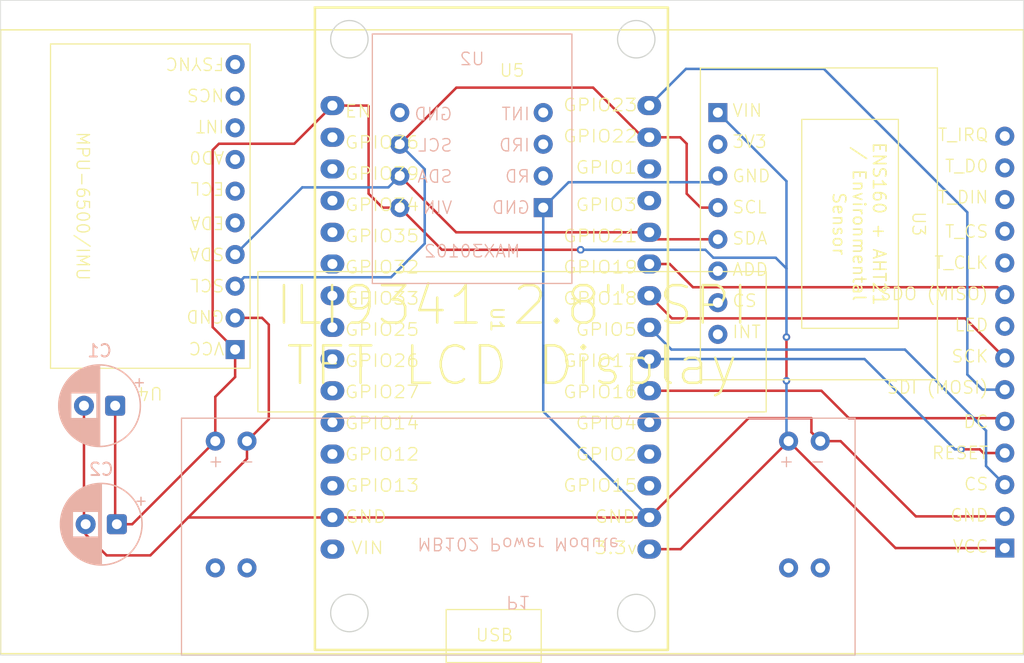
<source format=kicad_pcb>
(kicad_pcb (version 20241229) (generator "pcbnew") (generator_version "9.0")
  (layers (0 "F.Cu" signal) (2 "B.Cu" signal) (13 "F.Paste" user) (15 "B.Paste" user) (5 "F.SilkS" user "F.Silkscreen") (7 "B.SilkS" user "B.Silkscreen") (1 "F.Mask" user) (3 "B.Mask" user) (25 "Edge.Cuts" user))
  (net 0 "")
  (net 1 "+3.3V")
  (net 2 "GND")
  (net 3 "/SPI_MOSI")
  (net 5 "/SPI_CS_LCD")
  (net 6 "/SCL")
  (net 8 "/SPI_SCK")
  (net 10 "/SPI_MISO")
  (net 17 "/SDA")
  (net 23 "/SPI_DC")
  (net 27 "/SPI_RST")
  (footprint "THG_Wristwatch:ENS160+AHT21_Environmental_Sensor" (layer "F.Cu") (at 149.6 86.92 -90)
    (property "Reference" "U3" (at 0 -8 270) (layer "F.SilkS") (effects (font (thickness 0.1))))
    (property "Value" "~")
    (fp_text user "SCL" (at -0.75 7 0) (layer "F.SilkS") (effects (font (thickness 0.1)) (justify left bottom)))
    (fp_text user "ADD" (at 4.25 7 0) (layer "F.SilkS") (effects (font (thickness 0.1)) (justify left bottom)))
    (fp_text user "VIN" (at -8.5 7 0) (layer "F.SilkS") (effects (font (thickness 0.1)) (justify left bottom)))
    (fp_text user "GND" (at -3.25 7 0) (layer "F.SilkS") (effects (font (thickness 0.1)) (justify left bottom)))
    (fp_text user "CS" (at 6.75 7 0) (layer "F.SilkS") (effects (font (thickness 0.1)) (justify left bottom)))
    (fp_text user "3V3" (at -6 7 0) (layer "F.SilkS") (effects (font (thickness 0.1)) (justify left bottom)))
    (fp_text user "INT" (at 9.25 7 0) (layer "F.SilkS") (effects (font (thickness 0.1)) (justify left bottom)))
    (fp_text user "SDA" (at 1.75 7 0) (layer "F.SilkS") (effects (font (thickness 0.1)) (justify left bottom)))
    (pad "1" thru_hole rect (at -8.92 8.1 270) (size 1.524 1.524) (drill 0.8) (layers "*.Cu" "*.Mask") (net 1 "+3.3V"))
    (pad "2" thru_hole circle (at -6.38 8.1 270) (size 1.524 1.524) (drill 0.8) (layers "*.Cu" "*.Mask"))
    (pad "3" thru_hole circle (at -3.84 8.1 270) (size 1.524 1.524) (drill 0.8) (layers "*.Cu" "*.Mask") (net 2 "GND"))
    (pad "4" thru_hole circle (at -1.3 8.1 270) (size 1.524 1.524) (drill 0.8) (layers "*.Cu" "*.Mask") (net 6 "/SCL"))
    (pad "5" thru_hole circle (at 1.24 8.1 270) (size 1.524 1.524) (drill 0.8) (layers "*.Cu" "*.Mask") (net 17 "/SDA"))
    (pad "6" thru_hole circle (at 3.78 8.1 270) (size 1.524 1.524) (drill 0.8) (layers "*.Cu" "*.Mask"))
    (pad "7" thru_hole circle (at 6.32 8.1 270) (size 1.524 1.524) (drill 0.8) (layers "*.Cu" "*.Mask"))
    (pad "8" thru_hole circle (at 8.86 8.1 270) (size 1.524 1.524) (drill 0.8) (layers "*.Cu" "*.Mask"))
  )
  (footprint "THG_Wristwatch:MPU6500_IMU" (layer "F.Cu") (at 96 85.5 180)
    (property "Reference" "U4" (at 0 -15 180) (layer "F.SilkS") (effects (font (thickness 0.1))))
    (property "Value" "~")
    (fp_text user "NCS" (at -6 9.5 180) (layer "F.SilkS") (effects (font (thickness 0.1)) (justify left bottom)))
    (fp_text user "FSYNC" (at -6 12 180) (layer "F.SilkS") (effects (font (thickness 0.1)) (justify left bottom)))
    (fp_text user "MPU-6500/IMU" (at 6 0 270) (layer "F.SilkS") (effects (font (thickness 0.1)) (justify bottom)))
    (fp_text user "SCL" (at -6 -5.75 180) (layer "F.SilkS") (effects (font (thickness 0.1)) (justify left bottom)))
    (fp_text user "VCC" (at -6 -10.8 180) (layer "F.SilkS") (effects (font (thickness 0.1)) (justify left bottom)))
    (fp_text user "SDA" (at -6 -3.25 180) (layer "F.SilkS") (effects (font (thickness 0.1)) (justify left bottom)))
    (fp_text user "ECL" (at -6 2 180) (layer "F.SilkS") (effects (font (thickness 0.1)) (justify left bottom)))
    (fp_text user "GND" (at -6 -8.25 180) (layer "F.SilkS") (effects (font (thickness 0.1)) (justify left bottom)))
    (fp_text user "AD0" (at -6 4.5 180) (layer "F.SilkS") (effects (font (thickness 0.1)) (justify left bottom)))
    (fp_text user "EDA" (at -6 -0.75 180) (layer "F.SilkS") (effects (font (thickness 0.1)) (justify left bottom)))
    (fp_text user "INT" (at -6 7 180) (layer "F.SilkS") (effects (font (thickness 0.1)) (justify left bottom)))
    (pad "1" thru_hole rect (at -6.8 -11.5 180) (size 1.524 1.524) (drill 0.8) (layers "*.Cu" "*.Mask") (net 1 "+3.3V"))
    (pad "2" thru_hole circle (at -6.8 -8.96 180) (size 1.524 1.524) (drill 0.8) (layers "*.Cu" "*.Mask") (net 2 "GND"))
    (pad "3" thru_hole circle (at -6.8 -6.42 180) (size 1.524 1.524) (drill 0.8) (layers "*.Cu" "*.Mask") (net 6 "/SCL"))
    (pad "4" thru_hole circle (at -6.8 -3.88 180) (size 1.524 1.524) (drill 0.8) (layers "*.Cu" "*.Mask") (net 17 "/SDA"))
    (pad "5" thru_hole circle (at -6.8 -1.34 180) (size 1.524 1.524) (drill 0.8) (layers "*.Cu" "*.Mask"))
    (pad "6" thru_hole circle (at -6.8 1.2 180) (size 1.524 1.524) (drill 0.8) (layers "*.Cu" "*.Mask"))
    (pad "7" thru_hole circle (at -6.8 3.74 180) (size 1.524 1.524) (drill 0.8) (layers "*.Cu" "*.Mask"))
    (pad "8" thru_hole circle (at -6.8 6.28 180) (size 1.524 1.524) (drill 0.8) (layers "*.Cu" "*.Mask"))
    (pad "9" thru_hole circle (at -6.8 8.82 180) (size 1.524 1.524) (drill 0.8) (layers "*.Cu" "*.Mask"))
    (pad "10" thru_hole circle (at -6.8 11.36 180) (size 1.524 1.524) (drill 0.8) (layers "*.Cu" "*.Mask"))
  )
  (footprint "THG_Wristwatch:ILI9341_2.8__SPI_TFT_LCD" (layer "F.Cu") (at 125 96.372276)
    (property "Reference" "U5" (at 0 -21.75 0) (layer "F.SilkS") (effects (font (thickness 0.1))))
    (property "Value" "~")
    (fp_text user "CS" (at 38.25 12 0) (layer "F.SilkS") (effects (font (thickness 0.1)) (justify right bottom)))
    (fp_text user "GND" (at 38.25 14.5 0) (layer "F.SilkS") (effects (font (thickness 0.1)) (justify right bottom)))
    (fp_text user "T_CS" (at 38.25 -8.25 0) (layer "F.SilkS") (effects (font (thickness 0.1)) (justify right bottom)))
    (fp_text user "RESET" (at 38.25 9.5 0) (layer "F.SilkS") (effects (font (thickness 0.1)) (justify right bottom)))
    (fp_text user "SCK" (at 38.25 1.75 0) (layer "F.SilkS") (effects (font (thickness 0.1)) (justify right bottom)))
    (fp_text user "VCC" (at 38.25 17 0) (layer "F.SilkS") (effects (font (thickness 0.1)) (justify right bottom)))
    (fp_text user "SDI (MOSI)" (at 38.25 4.25 0) (layer "F.SilkS") (effects (font (thickness 0.1)) (justify right bottom)))
    (fp_text user "T_DIN" (at 38.25 -11 0) (layer "F.SilkS") (effects (font (thickness 0.1)) (justify right bottom)))
    (fp_text user "T_CLK" (at 38.25 -5.75 0) (layer "F.SilkS") (effects (font (thickness 0.1)) (justify right bottom)))
    (fp_text user "SDO (MISO)" (at 38.25 -3.25 0) (layer "F.SilkS") (effects (font (thickness 0.1)) (justify right bottom)))
    (fp_text user "LED" (at 38.25 -0.75 0) (layer "F.SilkS") (effects (font (thickness 0.1)) (justify right bottom)))
    (fp_text user "DC" (at 38.25 7 0) (layer "F.SilkS") (effects (font (thickness 0.1)) (justify right bottom)))
    (fp_text user "T_IRQ" (at 38.25 -16 0) (layer "F.SilkS") (effects (font (thickness 0.1)) (justify right bottom)))
    (fp_text user "T_D0" (at 38.25 -13.5 0) (layer "F.SilkS") (effects (font (thickness 0.1)) (justify right bottom)))
    (pad "1" thru_hole rect (at 39.5 16.54) (size 1.524 1.524) (drill 0.8) (layers "*.Cu" "*.Mask") (net 1 "+3.3V"))
    (pad "2" thru_hole circle (at 39.5 14) (size 1.524 1.524) (drill 0.8) (layers "*.Cu" "*.Mask") (net 2 "GND"))
    (pad "3" thru_hole circle (at 39.5 11.46) (size 1.524 1.524) (drill 0.8) (layers "*.Cu" "*.Mask") (net 5 "/SPI_CS_LCD"))
    (pad "4" thru_hole circle (at 39.5 8.92) (size 1.524 1.524) (drill 0.8) (layers "*.Cu" "*.Mask") (net 27 "/SPI_RST"))
    (pad "5" thru_hole circle (at 39.5 6.38) (size 1.524 1.524) (drill 0.8) (layers "*.Cu" "*.Mask") (net 23 "/SPI_DC"))
    (pad "6" thru_hole circle (at 39.5 3.84) (size 1.524 1.524) (drill 0.8) (layers "*.Cu" "*.Mask") (net 3 "/SPI_MOSI"))
    (pad "7" thru_hole circle (at 39.5 1.3) (size 1.524 1.524) (drill 0.8) (layers "*.Cu" "*.Mask") (net 8 "/SPI_SCK"))
    (pad "8" thru_hole circle (at 39.5 -1.24) (size 1.524 1.524) (drill 0.8) (layers "*.Cu" "*.Mask"))
    (pad "9" thru_hole circle (at 39.5 -3.78) (size 1.524 1.524) (drill 0.8) (layers "*.Cu" "*.Mask") (net 10 "/SPI_MISO"))
    (pad "10" thru_hole circle (at 39.5 -6.32) (size 1.524 1.524) (drill 0.8) (layers "*.Cu" "*.Mask"))
    (pad "11" thru_hole circle (at 39.5 -8.86) (size 1.524 1.524) (drill 0.8) (layers "*.Cu" "*.Mask"))
    (pad "12" thru_hole circle (at 39.5 -11.4) (size 1.524 1.524) (drill 0.8) (layers "*.Cu" "*.Mask"))
    (pad "13" thru_hole circle (at 39.5 -13.94) (size 1.524 1.524) (drill 0.8) (layers "*.Cu" "*.Mask"))
    (pad "14" thru_hole circle (at 39.5 -16.48) (size 1.524 1.524) (drill 0.8) (layers "*.Cu" "*.Mask"))
  )
  (footprint "THG_Wristwatch:ESP32_30pin" (layer "F.Cu") (at 122.52754 95.980187)
    (property "Reference" "U1" (at 1.27246 -1.395187 270) (layer "F.SilkS"))
    (property "Value" "~")
    (fp_circle (center -10.57 -23.86) (end -10.57 -22.36) (stroke (width 0.1)) (fill no) (layer "Edge.Cuts"))
    (fp_circle (center -10.57 22.14) (end -10.57 23.64) (stroke (width 0.1)) (fill no) (layer "Edge.Cuts"))
    (fp_circle (center 12.43 -23.86) (end 12.43 -22.36) (stroke (width 0.1)) (fill no) (layer "Edge.Cuts"))
    (fp_circle (center 12.43 22.14) (end 12.43 23.64) (stroke (width 0.1)) (fill no) (layer "Edge.Cuts"))
    (fp_text user "GPIO27" (at -11 5 0) (layer "F.SilkS") (effects (font (size 1 1.1) (thickness 0.1)) (justify left bottom)))
    (fp_text user "GPIO22" (at 6.5 -15.5 0) (layer "F.SilkS") (effects (font (size 1 1.1) (thickness 0.1)) (justify left bottom)))
    (fp_text user "GPIO34" (at -11 -10 0) (layer "F.SilkS") (effects (font (size 1 1.1) (thickness 0.1)) (justify left bottom)))
    (fp_text user "GPIO14" (at -11 7.5 0) (layer "F.SilkS") (effects (font (size 1 1.1) (thickness 0.1)) (justify left bottom)))
    (fp_text user "GPIO32" (at -11 -5 0) (layer "F.SilkS") (effects (font (size 1 1.1) (thickness 0.1)) (justify left bottom)))
    (fp_text user "GPIO4" (at 7.5 7.5 0) (layer "F.SilkS") (effects (font (size 1 1.1) (thickness 0.1)) (justify left bottom)))
    (fp_text user "GPIO19" (at 6.5 -5 0) (layer "F.SilkS") (effects (font (size 1 1.1) (thickness 0.1)) (justify left bottom)))
    (fp_text user "GND" (at 9 15 0) (layer "F.SilkS") (effects (font (size 1 1.1) (thickness 0.1)) (justify left bottom)))
    (fp_text user "GPIO18" (at 6.5 -2.5 0) (layer "F.SilkS") (effects (font (size 1 1.1) (thickness 0.1)) (justify left bottom)))
    (fp_text user "GPIO39" (at -11 -12.5 0) (layer "F.SilkS") (effects (font (size 1 1.1) (thickness 0.1)) (justify left bottom)))
    (fp_text user "GPIO17" (at 6.5 2.5 0) (layer "F.SilkS") (effects (font (size 1 1.1) (thickness 0.1)) (justify left bottom)))
    (fp_text user "VIN" (at -10.5 17.5 0) (layer "F.SilkS") (effects (font (size 1 1.1) (thickness 0.1)) (justify left bottom)))
    (fp_text user "GPIO12" (at -11 10 0) (layer "F.SilkS") (effects (font (size 1 1.1) (thickness 0.1)) (justify left bottom)))
    (fp_text user "GPIO33" (at -11 -2.5 0) (layer "F.SilkS") (effects (font (size 1 1.1) (thickness 0.1)) (justify left bottom)))
    (fp_text user "GPIO21" (at 6.5 -7.5 0) (layer "F.SilkS") (effects (font (size 1 1.1) (thickness 0.1)) (justify left bottom)))
    (fp_text user "GPIO3" (at 7.5 -10 0) (layer "F.SilkS") (effects (font (size 1 1.1) (thickness 0.1)) (justify left bottom)))
    (fp_text user "3.3v" (at 9 17.5 0) (layer "F.SilkS") (effects (font (size 1 1.1) (thickness 0.1)) (justify left bottom)))
    (fp_text user "EN" (at -11 -17.5 0) (layer "F.SilkS") (effects (font (size 1 1.1) (thickness 0.1)) (justify left bottom)))
    (fp_text user "GPIO35" (at -11 -7.5 0) (layer "F.SilkS") (effects (font (size 1 1.1) (thickness 0.1)) (justify left bottom)))
    (fp_text user "GPIO5" (at 7.5 0 0) (layer "F.SilkS") (effects (font (size 1 1.1) (thickness 0.1)) (justify left bottom)))
    (fp_text user "USB" (at -0.5 24.5 0) (layer "F.SilkS") (effects (font (thickness 0.1)) (justify left bottom)))
    (fp_text user "GPIO2" (at 7.5 10 0) (layer "F.SilkS") (effects (font (size 1 1.1) (thickness 0.1)) (justify left bottom)))
    (fp_text user "GPIO1" (at 7.5 -13 0) (layer "F.SilkS") (effects (font (size 1 1.1) (thickness 0.1)) (justify left bottom)))
    (fp_text user "GPIO15" (at 6.5 12.5 0) (layer "F.SilkS") (effects (font (size 1 1.1) (thickness 0.1)) (justify left bottom)))
    (fp_text user "GND" (at -11 15 0) (layer "F.SilkS") (effects (font (size 1 1.1) (thickness 0.1)) (justify left bottom)))
    (fp_text user "GPIO16" (at 6.5 5 0) (layer "F.SilkS") (effects (font (size 1 1.1) (thickness 0.1)) (justify left bottom)))
    (fp_text user "GPIO13" (at -11 12.5 0) (layer "F.SilkS") (effects (font (size 1 1.1) (thickness 0.1)) (justify left bottom)))
    (fp_text user "GPIO26" (at -11 2.5 0) (layer "F.SilkS") (effects (font (size 1 1.1) (thickness 0.1)) (justify left bottom)))
    (fp_text user "GPIO36" (at -11 -15 0) (layer "F.SilkS") (effects (font (size 1 1.1) (thickness 0.1)) (justify left bottom)))
    (fp_text user "GPIO23" (at 6.5 -18 0) (layer "F.SilkS") (effects (font (size 1 1.1) (thickness 0.1)) (justify left bottom)))
    (fp_text user "GPIO25" (at -11 0 0) (layer "F.SilkS") (effects (font (size 1 1.1) (thickness 0.1)) (justify left bottom)))
    (pad "1" thru_hole oval (at -11.92754 17.019813 270) (size 1.524 1.9) (drill 0.8) (layers "*.Cu" "*.Mask"))
    (pad "2" thru_hole oval (at -11.92754 14.479813 270) (size 1.524 1.9) (drill 0.8) (layers "*.Cu" "*.Mask") (net 2 "GND"))
    (pad "3" thru_hole oval (at -11.92754 11.939813 270) (size 1.524 1.9) (drill 0.8) (layers "*.Cu" "*.Mask"))
    (pad "4" thru_hole oval (at -11.92754 9.399813 270) (size 1.524 1.9) (drill 0.8) (layers "*.Cu" "*.Mask"))
    (pad "5" thru_hole oval (at -11.92754 6.859813 270) (size 1.524 1.9) (drill 0.8) (layers "*.Cu" "*.Mask"))
    (pad "6" thru_hole oval (at -11.92754 4.319813 270) (size 1.524 1.9) (drill 0.8) (layers "*.Cu" "*.Mask"))
    (pad "7" thru_hole oval (at -11.92754 1.779813 270) (size 1.524 1.9) (drill 0.8) (layers "*.Cu" "*.Mask"))
    (pad "8" thru_hole oval (at -11.92754 -0.760187 270) (size 1.524 1.9) (drill 0.8) (layers "*.Cu" "*.Mask"))
    (pad "9" thru_hole oval (at -11.92754 -3.300187 270) (size 1.524 1.9) (drill 0.8) (layers "*.Cu" "*.Mask"))
    (pad "10" thru_hole oval (at -11.92754 -5.840187 270) (size 1.524 1.9) (drill 0.8) (layers "*.Cu" "*.Mask"))
    (pad "11" thru_hole oval (at -11.92754 -8.380187 270) (size 1.524 1.9) (drill 0.8) (layers "*.Cu" "*.Mask"))
    (pad "12" thru_hole oval (at -11.92754 -10.920187 270) (size 1.524 1.9) (drill 0.8) (layers "*.Cu" "*.Mask"))
    (pad "13" thru_hole oval (at -11.92754 -13.460187 270) (size 1.524 1.9) (drill 0.8) (layers "*.Cu" "*.Mask"))
    (pad "14" thru_hole oval (at -11.92754 -16.000187 270) (size 1.524 1.9) (drill 0.8) (layers "*.Cu" "*.Mask"))
    (pad "15" thru_hole oval (at -11.92754 -18.540187 270) (size 1.524 1.9) (drill 0.8) (layers "*.Cu" "*.Mask") (net 1 "+3.3V"))
    (pad "16" thru_hole oval (at 13.47246 17.019813 270) (size 1.524 1.9) (drill 0.8) (layers "*.Cu" "*.Mask") (net 1 "+3.3V"))
    (pad "17" thru_hole oval (at 13.47246 14.479813 270) (size 1.524 1.9) (drill 0.8) (layers "*.Cu" "*.Mask") (net 2 "GND"))
    (pad "18" thru_hole oval (at 13.47246 11.939813 270) (size 1.524 1.9) (drill 0.8) (layers "*.Cu" "*.Mask"))
    (pad "19" thru_hole oval (at 13.47246 9.399813 270) (size 1.524 1.9) (drill 0.8) (layers "*.Cu" "*.Mask"))
    (pad "20" thru_hole oval (at 13.47246 6.859813 270) (size 1.524 1.9) (drill 0.8) (layers "*.Cu" "*.Mask" "Dwgs.User"))
    (pad "21" thru_hole oval (at 13.47246 4.319813 270) (size 1.524 1.9) (drill 0.8) (layers "*.Cu" "*.Mask") (net 23 "/SPI_DC"))
    (pad "22" thru_hole oval (at 13.47246 1.779813 270) (size 1.524 1.9) (drill 0.8) (layers "*.Cu" "*.Mask") (net 27 "/SPI_RST"))
    (pad "23" thru_hole oval (at 13.47246 -0.760187 270) (size 1.524 1.9) (drill 0.8) (layers "*.Cu" "*.Mask") (net 5 "/SPI_CS_LCD"))
    (pad "24" thru_hole oval (at 13.47246 -3.300187 270) (size 1.524 1.9) (drill 0.8) (layers "*.Cu" "*.Mask") (net 8 "/SPI_SCK"))
    (pad "25" thru_hole oval (at 13.47246 -5.840187 270) (size 1.524 1.9) (drill 0.8) (layers "*.Cu" "*.Mask") (net 10 "/SPI_MISO"))
    (pad "26" thru_hole oval (at 13.47246 -8.380187 270) (size 1.524 1.9) (drill 0.8) (layers "*.Cu" "*.Mask") (net 17 "/SDA"))
    (pad "27" thru_hole oval (at 13.47246 -10.920187 270) (size 1.524 1.9) (drill 0.8) (layers "*.Cu" "*.Mask"))
    (pad "28" thru_hole oval (at 13.47246 -13.460187 270) (size 1.524 1.9) (drill 0.8) (layers "*.Cu" "*.Mask"))
    (pad "29" thru_hole oval (at 13.47246 -16.000187 270) (size 1.524 1.9) (drill 0.8) (layers "*.Cu" "*.Mask") (net 6 "/SCL"))
    (pad "30" thru_hole oval (at 13.47246 -18.540187 270) (size 1.524 1.9) (drill 0.8) (layers "*.Cu" "*.Mask") (net 3 "/SPI_MOSI"))
  )
  (footprint "THG_Wristwatch:MB102_Breadboard_Power_Module" (layer "B.Cu") (at 125.5 112)
    (property "Reference" "P1" (at 0 5.25 180) (layer "B.SilkS") (effects (font (thickness 0.1)) (justify mirror)))
    (property "Value" "MB102 Output")
    (fp_text user "+" (at -24.25 -6.5 180) (layer "B.SilkS") (effects (font (thickness 0.1)) (justify bottom mirror)))
    (fp_text user "-" (at 24 -6.5 180) (layer "B.SilkS") (effects (font (thickness 0.1)) (justify bottom mirror)))
    (fp_text user "+" (at 21.5 -6.5 180) (layer "B.SilkS") (effects (font (thickness 0.1)) (justify bottom mirror)))
    (fp_text user "MB102 Power Module" (at 0 0 180) (layer "B.SilkS") (effects (font (thickness 0.1)) (justify bottom mirror)))
    (fp_text user "-" (at -21.75 -6.5 180) (layer "B.SilkS") (effects (font (thickness 0.1)) (justify bottom mirror)))
    (pad "1" thru_hole circle (at -24.29 -7.66) (size 1.524 1.524) (drill 0.8) (layers "*.Cu" "*.Mask") (net 1 "+3.3V"))
    (pad "2" thru_hole circle (at -21.75 -7.66) (size 1.524 1.524) (drill 0.8) (layers "*.Cu" "*.Mask") (net 2 "GND"))
    (pad "3" thru_hole circle (at 21.67 -7.66) (size 1.524 1.524) (drill 0.8) (layers "*.Cu" "*.Mask") (net 1 "+3.3V"))
    (pad "4" thru_hole circle (at 24.21 -7.66) (size 1.524 1.524) (drill 0.8) (layers "*.Cu" "*.Mask") (net 2 "GND"))
    (pad "5" thru_hole circle (at -24.29 2.5) (size 1.524 1.524) (drill 0.8) (layers "*.Cu" "*.Mask"))
    (pad "6" thru_hole circle (at -21.75 2.5) (size 1.524 1.524) (drill 0.8) (layers "*.Cu" "*.Mask"))
    (pad "7" thru_hole circle (at 21.67 2.5) (size 1.524 1.524) (drill 0.8) (layers "*.Cu" "*.Mask"))
    (pad "8" thru_hole circle (at 24.21 2.5) (size 1.524 1.524) (drill 0.8) (layers "*.Cu" "*.Mask"))
  )
  (footprint "Capacitor_THT:CP_Radial_D6.3mm_P2.50mm" (layer "B.Cu") (at 93.18238 101.5 180)
    (property "Reference" "C1" (at 1.25 4.4 0) (layer "B.SilkS") (effects (justify mirror)))
    (property "Value" "47 uC")
    (pad "1" thru_hole roundrect (at 0 0 180) (size 1.6 1.6) (drill 0.8) (layers "*.Cu" "*.Mask") (roundrect_rratio 0.15625) (net 1 "+3.3V"))
    (pad "2" thru_hole circle (at 2.5 0 180) (size 1.6 1.6) (drill 0.8) (layers "*.Cu" "*.Mask") (net 2 "GND"))
  )
  (footprint "THG_Wristwatch:MAX30102 Heart Rate_Pulse Sensor" (layer "B.Cu") (at 121.8 81.7 180)
    (property "Reference" "U2" (at 0 8 0) (layer "B.SilkS") (effects (font (thickness 0.1)) (justify mirror)))
    (property "Value" "~")
    (fp_text user "GND" (at 1.52 2.99 0) (layer "B.SilkS") (effects (font (thickness 0.1)) (justify left bottom mirror)))
    (fp_text user "RD" (at -4.7 -2 0) (layer "B.SilkS") (effects (font (thickness 0.1)) (justify left bottom mirror)))
    (fp_text user "SCL" (at 1.52 0.49 0) (layer "B.SilkS") (effects (font (thickness 0.1)) (justify left bottom mirror)))
    (fp_text user "GND" (at -4.7 -4.5 0) (layer "B.SilkS") (effects (font (thickness 0.1)) (justify left bottom mirror)))
    (fp_text user "INT" (at -4.7 3 0) (layer "B.SilkS") (effects (font (thickness 0.1)) (justify left bottom mirror)))
    (fp_text user "IRD" (at -4.7 0.5 0) (layer "B.SilkS") (effects (font (thickness 0.1)) (justify left bottom mirror)))
    (fp_text user "VIN" (at 1.52 -4.51 0) (layer "B.SilkS") (effects (font (thickness 0.1)) (justify left bottom mirror)))
    (fp_text user "MAX30102" (at 0 -8 0) (layer "B.SilkS") (effects (font (thickness 0.1)) (justify bottom mirror)))
    (fp_text user "SDA" (at 1.52 -2.01 0) (layer "B.SilkS") (effects (font (thickness 0.1)) (justify left bottom mirror)))
    (pad "1" thru_hole rect (at -5.7 -3.92 180) (size 1.524 1.524) (drill 0.8) (layers "*.Cu" "*.Mask") (net 2 "GND"))
    (pad "2" thru_hole circle (at -5.7 -1.38 180) (size 1.524 1.524) (drill 0.8) (layers "*.Cu" "*.Mask"))
    (pad "3" thru_hole circle (at -5.7 1.16 180) (size 1.524 1.524) (drill 0.8) (layers "*.Cu" "*.Mask"))
    (pad "4" thru_hole circle (at -5.7 3.7 180) (size 1.524 1.524) (drill 0.8) (layers "*.Cu" "*.Mask"))
    (pad "5" thru_hole circle (at 5.8 3.7 180) (size 1.524 1.524) (drill 0.8) (layers "*.Cu" "*.Mask"))
    (pad "6" thru_hole circle (at 5.8 1.16 180) (size 1.524 1.524) (drill 0.8) (layers "*.Cu" "*.Mask") (net 6 "/SCL"))
    (pad "7" thru_hole circle (at 5.8 -1.38 180) (size 1.524 1.524) (drill 0.8) (layers "*.Cu" "*.Mask") (net 17 "/SDA"))
    (pad "8" thru_hole circle (at 5.8 -3.92 180) (size 1.524 1.524) (drill 0.8) (layers "*.Cu" "*.Mask") (net 1 "+3.3V"))
  )
  (footprint "Capacitor_THT:CP_Radial_D6.3mm_P2.50mm" (layer "B.Cu") (at 93.317621 111 180)
    (property "Reference" "C2" (at 1.25 4.4 0) (layer "B.SilkS") (effects (justify mirror)))
    (property "Value" "47 uC")
    (pad "1" thru_hole roundrect (at 0 0 180) (size 1.6 1.6) (drill 0.8) (layers "*.Cu" "*.Mask") (roundrect_rratio 0.15625) (net 1 "+3.3V"))
    (pad "2" thru_hole circle (at 2.5 0 180) (size 1.6 1.6) (drill 0.8) (layers "*.Cu" "*.Mask") (net 2 "GND"))
  )
  (gr_rect (start 166 69) (end 84 121.5) (stroke (width 0.05)) (fill no) (layer "Edge.Cuts"))
  (segment (start 102.8 99.2) (end 101.21 100.79) (width 0.2) (layer "F.Cu") (net 1))
  (segment (start 101 81) (end 101.5 80.5) (width 0.2) (layer "F.Cu") (net 1))
  (segment (start 119.38 89) (end 130.5 89) (width 0.2) (layer "F.Cu") (net 1))
  (segment (start 93.317621 111) (end 94.55 111) (width 0.2) (layer "F.Cu") (net 1))
  (segment (start 93.18238 101.5) (end 93.18238 110.864759) (width 0.2) (layer "F.Cu") (net 1))
  (segment (start 102.8 97) (end 102.8 99.2) (width 0.2) (layer "F.Cu") (net 1))
  (segment (start 110.6 77.44) (end 113.44 77.44) (width 0.2) (layer "F.Cu") (net 1))
  (segment (start 113.5 77.5) (end 113.5 84.5) (width 0.2) (layer "F.Cu") (net 1))
  (segment (start 116 85.62) (end 119.38 89) (width 0.2) (layer "F.Cu") (net 1))
  (segment (start 101.5 80.5) (end 107.54 80.5) (width 0.2) (layer "F.Cu") (net 1))
  (segment (start 113.44 77.44) (end 113.5 77.5) (width 0.2) (layer "F.Cu") (net 1))
  (segment (start 101 95.2) (end 101 81) (width 0.2) (layer "F.Cu") (net 1))
  (segment (start 138.51 113) (end 147.17 104.34) (width 0.2) (layer "F.Cu") (net 1))
  (segment (start 147.17 104.34) (end 155.742276 112.912276) (width 0.2) (layer "F.Cu") (net 1))
  (segment (start 136 113) (end 138.51 113) (width 0.2) (layer "F.Cu") (net 1))
  (segment (start 93.18238 110.864759) (end 93.317621 111) (width 0.2) (layer "F.Cu") (net 1))
  (segment (start 147 96) (end 147 99.5) (width 0.2) (layer "F.Cu") (net 1))
  (segment (start 114.62 85.62) (end 116 85.62) (width 0.2) (layer "F.Cu") (net 1))
  (segment (start 102.8 97) (end 101 95.2) (width 0.2) (layer "F.Cu") (net 1))
  (segment (start 107.54 80.5) (end 110.6 77.44) (width 0.2) (layer "F.Cu") (net 1))
  (segment (start 155.742276 112.912276) (end 164.5 112.912276) (width 0.2) (layer "F.Cu") (net 1))
  (segment (start 94.55 111) (end 101.21 104.34) (width 0.2) (layer "F.Cu") (net 1))
  (segment (start 113.5 84.5) (end 114.62 85.62) (width 0.2) (layer "F.Cu") (net 1))
  (segment (start 101.21 100.79) (end 101.21 104.34) (width 0.2) (layer "F.Cu") (net 1))
  (via (at 130.5 89) (size 0.6) (drill 0.3) (layers "F.Cu" "B.Cu") (net 1))
  (via (at 130.5 89) (size 0.6) (drill 0.3) (layers "F.Cu" "B.Cu") (net 1))
  (via (at 147 99.5) (size 0.6) (drill 0.3) (layers "F.Cu" "B.Cu") (net 1))
  (via (at 147 96) (size 0.6) (drill 0.3) (layers "F.Cu" "B.Cu") (net 1))
  (via (at 130.5 89) (size 0.6) (drill 0.3) (layers "F.Cu" "B.Cu") (net 1))
  (segment (start 147.17 104.34) (end 147 104.17) (width 0.2) (layer "B.Cu") (net 1))
  (segment (start 147 104.17) (end 147 99.5) (width 0.2) (layer "B.Cu") (net 1))
  (segment (start 130.5 89) (end 140.5 89) (width 0.2) (layer "B.Cu") (net 1))
  (segment (start 141.137 89.637) (end 146.137 89.637) (width 0.2) (layer "B.Cu") (net 1))
  (segment (start 140.5 89) (end 141.137 89.637) (width 0.2) (layer "B.Cu") (net 1))
  (segment (start 147 90.5) (end 147 96) (width 0.2) (layer "B.Cu") (net 1))
  (segment (start 146.137 89.637) (end 147 90.5) (width 0.2) (layer "B.Cu") (net 1))
  (segment (start 147 83.5) (end 147 90.5) (width 0.2) (layer "B.Cu") (net 1))
  (segment (start 141.5 78) (end 147 83.5) (width 0.2) (layer "B.Cu") (net 1))
  (segment (start 96 113.5) (end 99.04 110.46) (width 0.2) (layer "F.Cu") (net 2))
  (segment (start 90.817621 110.682379) (end 90.68238 110.547138) (width 0.2) (layer "F.Cu") (net 2))
  (segment (start 105.5 95) (end 105.5 102.59) (width 0.2) (layer "F.Cu") (net 2))
  (segment (start 151.34 104.34) (end 157.372276 110.372276) (width 0.2) (layer "F.Cu") (net 2))
  (segment (start 104.96 94.46) (end 105.5 95) (width 0.2) (layer "F.Cu") (net 2))
  (segment (start 149 102.5) (end 149 103.63) (width 0.2) (layer "F.Cu") (net 2))
  (segment (start 143.96 102.5) (end 149 102.5) (width 0.2) (layer "F.Cu") (net 2))
  (segment (start 136 110.46) (end 143.96 102.5) (width 0.2) (layer "F.Cu") (net 2))
  (segment (start 157.372276 110.372276) (end 164.5 110.372276) (width 0.2) (layer "F.Cu") (net 2))
  (segment (start 105.5 102.59) (end 103.75 104.34) (width 0.2) (layer "F.Cu") (net 2))
  (segment (start 92.5 113.5) (end 96 113.5) (width 0.2) (layer "F.Cu") (net 2))
  (segment (start 149.71 104.34) (end 151.34 104.34) (width 0.2) (layer "F.Cu") (net 2))
  (segment (start 110.6 110.46) (end 136 110.46) (width 0.2) (layer "F.Cu") (net 2))
  (segment (start 102.8 94.46) (end 104.96 94.46) (width 0.2) (layer "F.Cu") (net 2))
  (segment (start 90.817621 111) (end 90.817621 111.817621) (width 0.2) (layer "F.Cu") (net 2))
  (segment (start 110.6 110.46) (end 99.04 110.46) (width 0.2) (layer "F.Cu") (net 2))
  (segment (start 90.68238 110.547138) (end 90.68238 101.5) (width 0.2) (layer "F.Cu") (net 2))
  (segment (start 90.817621 111) (end 90.817621 110.682379) (width 0.2) (layer "F.Cu") (net 2))
  (segment (start 149 103.63) (end 149.71 104.34) (width 0.2) (layer "F.Cu") (net 2))
  (segment (start 103.75 105.75) (end 103.75 104.34) (width 0.2) (layer "F.Cu") (net 2))
  (segment (start 99.04 110.46) (end 103.75 105.75) (width 0.2) (layer "F.Cu") (net 2))
  (segment (start 90.817621 111.817621) (end 92.5 113.5) (width 0.2) (layer "F.Cu") (net 2))
  (segment (start 127.5 101.96) (end 136 110.46) (width 0.2) (layer "B.Cu") (net 2))
  (segment (start 140.997 83.583) (end 141.5 83.08) (width 0.2) (layer "B.Cu") (net 2))
  (segment (start 127.5 85.62) (end 129.537 83.583) (width 0.2) (layer "B.Cu") (net 2))
  (segment (start 129.537 83.583) (end 140.997 83.583) (width 0.2) (layer "B.Cu") (net 2))
  (segment (start 127.5 85.62) (end 127.5 101.96) (width 0.2) (layer "B.Cu") (net 2))
  (segment (start 138.94 74.5) (end 136 77.44) (width 0.2) (layer "B.Cu") (net 3))
  (segment (start 161.5 86) (end 150 74.5) (width 0.2) (layer "B.Cu") (net 3))
  (segment (start 150 74.5) (end 138.94 74.5) (width 0.2) (layer "B.Cu") (net 3))
  (segment (start 161.5 99) (end 161.5 86) (width 0.2) (layer "B.Cu") (net 3))
  (segment (start 161.5 99) (end 162.712276 100.212276) (width 0.2) (layer "B.Cu") (net 3))
  (segment (start 162.712276 100.212276) (end 164.5 100.212276) (width 0.2) (layer "B.Cu") (net 3))
  (segment (start 164.5 107.832276) (end 164.332276 108) (width 0.2) (layer "F.Cu") (net 5))
  (segment (start 163 103.5) (end 156.5 97) (width 0.2) (layer "B.Cu") (net 5))
  (segment (start 163 106) (end 163 103.5) (width 0.2) (layer "B.Cu") (net 5))
  (segment (start 156.5 97) (end 137.78 97) (width 0.2) (layer "B.Cu") (net 5))
  (segment (start 137.78 97) (end 136 95.22) (width 0.2) (layer "B.Cu") (net 5))
  (segment (start 163 106.332276) (end 164.5 107.832276) (width 0.2) (layer "B.Cu") (net 5))
  (segment (start 163 106) (end 163 106.332276) (width 0.2) (layer "B.Cu") (net 5))
  (segment (start 138.48 79.98) (end 136 79.98) (width 0.2) (layer "F.Cu") (net 6))
  (segment (start 120.54 76) (end 131.5 76) (width 0.2) (layer "F.Cu") (net 6))
  (segment (start 116 80.54) (end 120.54 76) (width 0.2) (layer "F.Cu") (net 6))
  (segment (start 139 80.5) (end 138.48 79.98) (width 0.2) (layer "F.Cu") (net 6))
  (segment (start 141.5 85.62) (end 140.12 85.62) (width 0.2) (layer "F.Cu") (net 6))
  (segment (start 135.48 79.98) (end 136 79.98) (width 0.2) (layer "F.Cu") (net 6))
  (segment (start 139 84.5) (end 139 80.5) (width 0.2) (layer "F.Cu") (net 6))
  (segment (start 140.12 85.62) (end 139 84.5) (width 0.2) (layer "F.Cu") (net 6))
  (segment (start 131.5 76) (end 135.48 79.98) (width 0.2) (layer "F.Cu") (net 6))
  (segment (start 115.297 91.203) (end 118 88.5) (width 0.2) (layer "B.Cu") (net 6))
  (segment (start 102.8 91.92) (end 103.517 91.203) (width 0.2) (layer "B.Cu") (net 6))
  (segment (start 103.517 91.203) (end 115.297 91.203) (width 0.2) (layer "B.Cu") (net 6))
  (segment (start 118 88.5) (end 118 82.54) (width 0.2) (layer "B.Cu") (net 6))
  (segment (start 118 82.54) (end 116 80.54) (width 0.2) (layer "B.Cu") (net 6))
  (segment (start 164.5 97.672276) (end 161.327724 94.5) (width 0.2) (layer "F.Cu") (net 8))
  (segment (start 161.327724 94.5) (end 137.82 94.5) (width 0.2) (layer "F.Cu") (net 8))
  (segment (start 137.82 94.5) (end 136 92.68) (width 0.2) (layer "F.Cu") (net 8))
  (segment (start 164.5 92.592276) (end 163.907724 92) (width 0.2) (layer "F.Cu") (net 10))
  (segment (start 137.64 90.14) (end 136 90.14) (width 0.2) (layer "F.Cu") (net 10))
  (segment (start 163.907724 92) (end 139.5 92) (width 0.2) (layer "F.Cu") (net 10))
  (segment (start 139.5 92) (end 137.64 90.14) (width 0.2) (layer "F.Cu") (net 10))
  (segment (start 136.56 88.16) (end 136 87.6) (width 0.2) (layer "F.Cu") (net 17))
  (segment (start 120.52 87.6) (end 136 87.6) (width 0.2) (layer "F.Cu") (net 17))
  (segment (start 141.5 88.16) (end 136.56 88.16) (width 0.2) (layer "F.Cu") (net 17))
  (segment (start 116 83.08) (end 120.52 87.6) (width 0.2) (layer "F.Cu") (net 17))
  (segment (start 115.083 83.997) (end 116 83.08) (width 0.2) (layer "B.Cu") (net 17))
  (segment (start 102.8 89.38) (end 108.183 83.997) (width 0.2) (layer "B.Cu") (net 17))
  (segment (start 108.183 83.997) (end 115.083 83.997) (width 0.2) (layer "B.Cu") (net 17))
  (segment (start 152 102.5) (end 149.8 100.3) (width 0.2) (layer "F.Cu") (net 23))
  (segment (start 164.247724 102.5) (end 152 102.5) (width 0.2) (layer "F.Cu") (net 23))
  (segment (start 164.5 102.752276) (end 164.247724 102.5) (width 0.2) (layer "F.Cu") (net 23))
  (segment (start 149.8 100.3) (end 136 100.3) (width 0.2) (layer "F.Cu") (net 23))
  (segment (start 162.792276 105.292276) (end 164.5 105.292276) (width 0.2) (layer "F.Cu") (net 27))
  (segment (start 162.5 105) (end 162.792276 105.292276) (width 0.2) (layer "F.Cu") (net 27))
  (segment (start 161 105) (end 162.5 105) (width 0.2) (layer "F.Cu") (net 27))
  (via (at 161 105) (size 0.6) (drill 0.3) (layers "F.Cu" "B.Cu") (net 27))
  (segment (start 161 105) (end 160.5 105) (width 0.2) (layer "B.Cu") (net 27))
  (segment (start 160.5 105) (end 153.26 97.76) (width 0.2) (layer "B.Cu") (net 27))
  (segment (start 153.26 97.76) (end 136 97.76) (width 0.2) (layer "B.Cu") (net 27))
)
</source>
